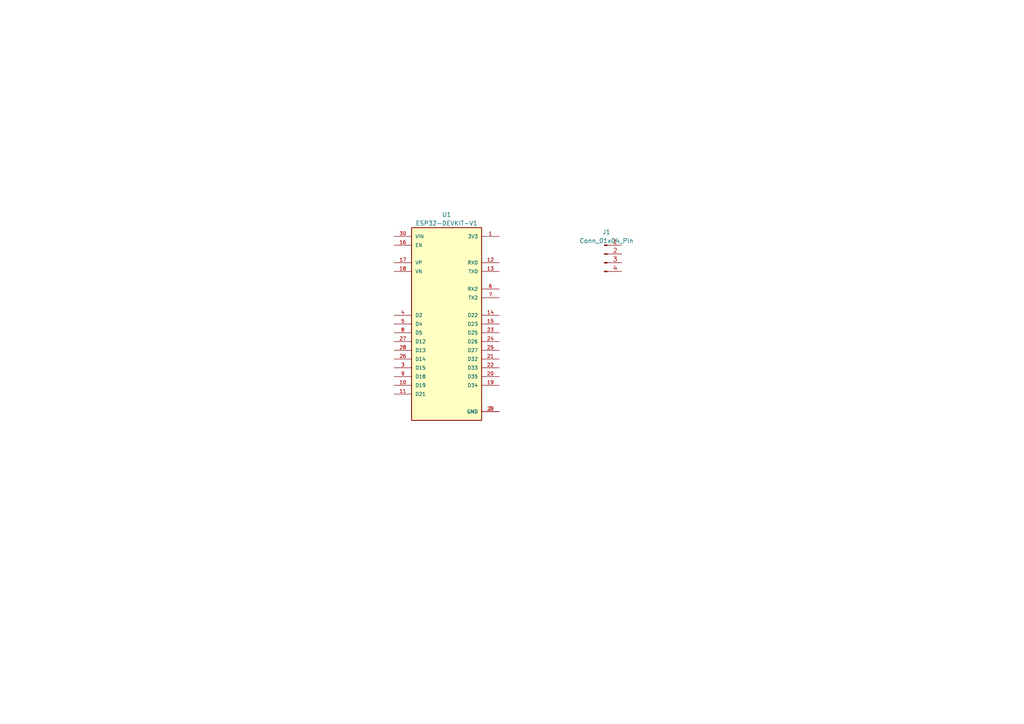
<source format=kicad_sch>
(kicad_sch (version 20230121) (generator eeschema)

  (uuid 249c8898-9261-4d05-8a77-8877929521e9)

  (paper "A4")

  (lib_symbols
    (symbol "Connector:Conn_01x04_Pin" (pin_names (offset 1.016) hide) (in_bom yes) (on_board yes)
      (property "Reference" "J" (at 0 5.08 0)
        (effects (font (size 1.27 1.27)))
      )
      (property "Value" "Conn_01x04_Pin" (at 0 -7.62 0)
        (effects (font (size 1.27 1.27)))
      )
      (property "Footprint" "" (at 0 0 0)
        (effects (font (size 1.27 1.27)) hide)
      )
      (property "Datasheet" "~" (at 0 0 0)
        (effects (font (size 1.27 1.27)) hide)
      )
      (property "ki_locked" "" (at 0 0 0)
        (effects (font (size 1.27 1.27)))
      )
      (property "ki_keywords" "connector" (at 0 0 0)
        (effects (font (size 1.27 1.27)) hide)
      )
      (property "ki_description" "Generic connector, single row, 01x04, script generated" (at 0 0 0)
        (effects (font (size 1.27 1.27)) hide)
      )
      (property "ki_fp_filters" "Connector*:*_1x??_*" (at 0 0 0)
        (effects (font (size 1.27 1.27)) hide)
      )
      (symbol "Conn_01x04_Pin_1_1"
        (polyline
          (pts
            (xy 1.27 -5.08)
            (xy 0.8636 -5.08)
          )
          (stroke (width 0.1524) (type default))
          (fill (type none))
        )
        (polyline
          (pts
            (xy 1.27 -2.54)
            (xy 0.8636 -2.54)
          )
          (stroke (width 0.1524) (type default))
          (fill (type none))
        )
        (polyline
          (pts
            (xy 1.27 0)
            (xy 0.8636 0)
          )
          (stroke (width 0.1524) (type default))
          (fill (type none))
        )
        (polyline
          (pts
            (xy 1.27 2.54)
            (xy 0.8636 2.54)
          )
          (stroke (width 0.1524) (type default))
          (fill (type none))
        )
        (rectangle (start 0.8636 -4.953) (end 0 -5.207)
          (stroke (width 0.1524) (type default))
          (fill (type outline))
        )
        (rectangle (start 0.8636 -2.413) (end 0 -2.667)
          (stroke (width 0.1524) (type default))
          (fill (type outline))
        )
        (rectangle (start 0.8636 0.127) (end 0 -0.127)
          (stroke (width 0.1524) (type default))
          (fill (type outline))
        )
        (rectangle (start 0.8636 2.667) (end 0 2.413)
          (stroke (width 0.1524) (type default))
          (fill (type outline))
        )
        (pin passive line (at 5.08 2.54 180) (length 3.81)
          (name "Pin_1" (effects (font (size 1.27 1.27))))
          (number "1" (effects (font (size 1.27 1.27))))
        )
        (pin passive line (at 5.08 0 180) (length 3.81)
          (name "Pin_2" (effects (font (size 1.27 1.27))))
          (number "2" (effects (font (size 1.27 1.27))))
        )
        (pin passive line (at 5.08 -2.54 180) (length 3.81)
          (name "Pin_3" (effects (font (size 1.27 1.27))))
          (number "3" (effects (font (size 1.27 1.27))))
        )
        (pin passive line (at 5.08 -5.08 180) (length 3.81)
          (name "Pin_4" (effects (font (size 1.27 1.27))))
          (number "4" (effects (font (size 1.27 1.27))))
        )
      )
    )
    (symbol "ESP32-DEVKIT-V1:ESP32-DEVKIT-V1" (pin_names (offset 1.016)) (in_bom yes) (on_board yes)
      (property "Reference" "U" (at -10.16 30.48 0)
        (effects (font (size 1.27 1.27)) (justify left top))
      )
      (property "Value" "ESP32-DEVKIT-V1" (at -10.16 -30.48 0)
        (effects (font (size 1.27 1.27)) (justify left bottom))
      )
      (property "Footprint" "MODULE_ESP32_DEVKIT_V1" (at 0 0 0)
        (effects (font (size 1.27 1.27)) (justify bottom) hide)
      )
      (property "Datasheet" "" (at 0 0 0)
        (effects (font (size 1.27 1.27)) hide)
      )
      (property "MAXIMUM_PACKAGE_HEIGHT" "6.8 mm" (at 0 0 0)
        (effects (font (size 1.27 1.27)) (justify bottom) hide)
      )
      (property "MANUFACTURER" "DOIT" (at 0 0 0)
        (effects (font (size 1.27 1.27)) (justify bottom) hide)
      )
      (property "PARTREV" "N/A" (at 0 0 0)
        (effects (font (size 1.27 1.27)) (justify bottom) hide)
      )
      (property "STANDARD" "Manufacturer Recommendations" (at 0 0 0)
        (effects (font (size 1.27 1.27)) (justify bottom) hide)
      )
      (symbol "ESP32-DEVKIT-V1_0_0"
        (rectangle (start -10.16 -27.94) (end 10.16 27.94)
          (stroke (width 0.254) (type default))
          (fill (type background))
        )
        (pin output line (at 15.24 25.4 180) (length 5.08)
          (name "3V3" (effects (font (size 1.016 1.016))))
          (number "1" (effects (font (size 1.016 1.016))))
        )
        (pin bidirectional line (at -15.24 -17.78 0) (length 5.08)
          (name "D19" (effects (font (size 1.016 1.016))))
          (number "10" (effects (font (size 1.016 1.016))))
        )
        (pin bidirectional line (at -15.24 -20.32 0) (length 5.08)
          (name "D21" (effects (font (size 1.016 1.016))))
          (number "11" (effects (font (size 1.016 1.016))))
        )
        (pin input line (at 15.24 17.78 180) (length 5.08)
          (name "RX0" (effects (font (size 1.016 1.016))))
          (number "12" (effects (font (size 1.016 1.016))))
        )
        (pin output line (at 15.24 15.24 180) (length 5.08)
          (name "TX0" (effects (font (size 1.016 1.016))))
          (number "13" (effects (font (size 1.016 1.016))))
        )
        (pin bidirectional line (at 15.24 2.54 180) (length 5.08)
          (name "D22" (effects (font (size 1.016 1.016))))
          (number "14" (effects (font (size 1.016 1.016))))
        )
        (pin bidirectional line (at 15.24 0 180) (length 5.08)
          (name "D23" (effects (font (size 1.016 1.016))))
          (number "15" (effects (font (size 1.016 1.016))))
        )
        (pin input line (at -15.24 22.86 0) (length 5.08)
          (name "EN" (effects (font (size 1.016 1.016))))
          (number "16" (effects (font (size 1.016 1.016))))
        )
        (pin bidirectional line (at -15.24 17.78 0) (length 5.08)
          (name "VP" (effects (font (size 1.016 1.016))))
          (number "17" (effects (font (size 1.016 1.016))))
        )
        (pin bidirectional line (at -15.24 15.24 0) (length 5.08)
          (name "VN" (effects (font (size 1.016 1.016))))
          (number "18" (effects (font (size 1.016 1.016))))
        )
        (pin bidirectional line (at 15.24 -17.78 180) (length 5.08)
          (name "D34" (effects (font (size 1.016 1.016))))
          (number "19" (effects (font (size 1.016 1.016))))
        )
        (pin power_in line (at 15.24 -25.4 180) (length 5.08)
          (name "GND" (effects (font (size 1.016 1.016))))
          (number "2" (effects (font (size 1.016 1.016))))
        )
        (pin bidirectional line (at 15.24 -15.24 180) (length 5.08)
          (name "D35" (effects (font (size 1.016 1.016))))
          (number "20" (effects (font (size 1.016 1.016))))
        )
        (pin bidirectional line (at 15.24 -10.16 180) (length 5.08)
          (name "D32" (effects (font (size 1.016 1.016))))
          (number "21" (effects (font (size 1.016 1.016))))
        )
        (pin bidirectional line (at 15.24 -12.7 180) (length 5.08)
          (name "D33" (effects (font (size 1.016 1.016))))
          (number "22" (effects (font (size 1.016 1.016))))
        )
        (pin bidirectional line (at 15.24 -2.54 180) (length 5.08)
          (name "D25" (effects (font (size 1.016 1.016))))
          (number "23" (effects (font (size 1.016 1.016))))
        )
        (pin bidirectional line (at 15.24 -5.08 180) (length 5.08)
          (name "D26" (effects (font (size 1.016 1.016))))
          (number "24" (effects (font (size 1.016 1.016))))
        )
        (pin bidirectional line (at 15.24 -7.62 180) (length 5.08)
          (name "D27" (effects (font (size 1.016 1.016))))
          (number "25" (effects (font (size 1.016 1.016))))
        )
        (pin bidirectional line (at -15.24 -10.16 0) (length 5.08)
          (name "D14" (effects (font (size 1.016 1.016))))
          (number "26" (effects (font (size 1.016 1.016))))
        )
        (pin bidirectional line (at -15.24 -5.08 0) (length 5.08)
          (name "D12" (effects (font (size 1.016 1.016))))
          (number "27" (effects (font (size 1.016 1.016))))
        )
        (pin bidirectional line (at -15.24 -7.62 0) (length 5.08)
          (name "D13" (effects (font (size 1.016 1.016))))
          (number "28" (effects (font (size 1.016 1.016))))
        )
        (pin power_in line (at 15.24 -25.4 180) (length 5.08)
          (name "GND" (effects (font (size 1.016 1.016))))
          (number "29" (effects (font (size 1.016 1.016))))
        )
        (pin bidirectional line (at -15.24 -12.7 0) (length 5.08)
          (name "D15" (effects (font (size 1.016 1.016))))
          (number "3" (effects (font (size 1.016 1.016))))
        )
        (pin input line (at -15.24 25.4 0) (length 5.08)
          (name "VIN" (effects (font (size 1.016 1.016))))
          (number "30" (effects (font (size 1.016 1.016))))
        )
        (pin bidirectional line (at -15.24 2.54 0) (length 5.08)
          (name "D2" (effects (font (size 1.016 1.016))))
          (number "4" (effects (font (size 1.016 1.016))))
        )
        (pin bidirectional line (at -15.24 0 0) (length 5.08)
          (name "D4" (effects (font (size 1.016 1.016))))
          (number "5" (effects (font (size 1.016 1.016))))
        )
        (pin input line (at 15.24 10.16 180) (length 5.08)
          (name "RX2" (effects (font (size 1.016 1.016))))
          (number "6" (effects (font (size 1.016 1.016))))
        )
        (pin output line (at 15.24 7.62 180) (length 5.08)
          (name "TX2" (effects (font (size 1.016 1.016))))
          (number "7" (effects (font (size 1.016 1.016))))
        )
        (pin bidirectional line (at -15.24 -2.54 0) (length 5.08)
          (name "D5" (effects (font (size 1.016 1.016))))
          (number "8" (effects (font (size 1.016 1.016))))
        )
        (pin bidirectional line (at -15.24 -15.24 0) (length 5.08)
          (name "D18" (effects (font (size 1.016 1.016))))
          (number "9" (effects (font (size 1.016 1.016))))
        )
      )
    )
  )


  (symbol (lib_id "Connector:Conn_01x04_Pin") (at 175.26 73.66 0) (unit 1)
    (in_bom yes) (on_board yes) (dnp no) (fields_autoplaced)
    (uuid 0de0d9f8-4aaa-4e30-9cd1-62c28e4f9bee)
    (property "Reference" "J1" (at 175.895 67.31 0)
      (effects (font (size 1.27 1.27)))
    )
    (property "Value" "Conn_01x04_Pin" (at 175.895 69.85 0)
      (effects (font (size 1.27 1.27)))
    )
    (property "Footprint" "" (at 175.26 73.66 0)
      (effects (font (size 1.27 1.27)) hide)
    )
    (property "Datasheet" "~" (at 175.26 73.66 0)
      (effects (font (size 1.27 1.27)) hide)
    )
    (pin "1" (uuid a7d75a2b-ea65-49f1-b6b4-1b84a5e13967))
    (pin "2" (uuid 93aadcf8-fe94-4e63-a602-59ec9cdc671a))
    (pin "3" (uuid 2869a4be-46da-4253-983e-933aab830b64))
    (pin "4" (uuid 5bf3a773-9966-41d6-93bd-dbf9a7c83ba7))
    (instances
      (project "ShadowOfLoveESP32Controller"
        (path "/249c8898-9261-4d05-8a77-8877929521e9"
          (reference "J1") (unit 1)
        )
      )
    )
  )

  (symbol (lib_id "ESP32-DEVKIT-V1:ESP32-DEVKIT-V1") (at 129.54 93.98 0) (unit 1)
    (in_bom yes) (on_board yes) (dnp no) (fields_autoplaced)
    (uuid 4cd27e31-5a99-44bf-9edd-2207fa1ec3d8)
    (property "Reference" "U1" (at 129.54 62.23 0)
      (effects (font (size 1.27 1.27)))
    )
    (property "Value" "ESP32-DEVKIT-V1" (at 129.54 64.77 0)
      (effects (font (size 1.27 1.27)))
    )
    (property "Footprint" "MODULE_ESP32_DEVKIT_V1" (at 129.54 93.98 0)
      (effects (font (size 1.27 1.27)) (justify bottom) hide)
    )
    (property "Datasheet" "" (at 129.54 93.98 0)
      (effects (font (size 1.27 1.27)) hide)
    )
    (property "MAXIMUM_PACKAGE_HEIGHT" "6.8 mm" (at 129.54 93.98 0)
      (effects (font (size 1.27 1.27)) (justify bottom) hide)
    )
    (property "MANUFACTURER" "DOIT" (at 129.54 93.98 0)
      (effects (font (size 1.27 1.27)) (justify bottom) hide)
    )
    (property "PARTREV" "N/A" (at 129.54 93.98 0)
      (effects (font (size 1.27 1.27)) (justify bottom) hide)
    )
    (property "STANDARD" "Manufacturer Recommendations" (at 129.54 93.98 0)
      (effects (font (size 1.27 1.27)) (justify bottom) hide)
    )
    (pin "1" (uuid 234a733a-9ca9-49ea-a8b2-f4fc90da08db))
    (pin "10" (uuid 666e0ac6-9ea1-4ccf-bd33-7a793238c2b9))
    (pin "11" (uuid 705c86fa-da53-40ff-94db-fe02b6014956))
    (pin "12" (uuid ab8e952e-9a3c-495c-b39d-e9a12e4abe80))
    (pin "13" (uuid 49ae9642-cee8-4a0a-86cc-98a12668e094))
    (pin "14" (uuid 6dc15497-3957-4ec4-a39f-6b215c8cf390))
    (pin "15" (uuid adc0e05b-7790-4ec1-8d54-b1416258b48f))
    (pin "16" (uuid c95459f4-7952-4f61-a7ce-90280bc23014))
    (pin "17" (uuid 95ac174e-2c49-4627-98dc-0305f1575629))
    (pin "18" (uuid a42dd323-e801-4719-92cb-c74a7cd6cd95))
    (pin "19" (uuid 60d7d6d2-cfad-47b2-b9c9-a3462c4d69b2))
    (pin "2" (uuid 86630e7c-a260-492c-8949-a3c9201b3475))
    (pin "20" (uuid 1cf6ee5d-1bc1-4278-adad-2450b7dc31f6))
    (pin "21" (uuid 450d9269-31d0-4c5c-afdb-7d3b6d6940b9))
    (pin "22" (uuid 84bdf636-3053-407b-8b49-d6e8ac6f81fa))
    (pin "23" (uuid 116c16d6-ccfd-4c6d-aa01-47aa28ef9fbe))
    (pin "24" (uuid 3a1c2906-a95f-42a1-9900-01fae8ede71b))
    (pin "25" (uuid 1a5f172f-6e4f-4117-8695-7345336584a8))
    (pin "26" (uuid 43d6a952-307b-4b92-802a-1318f82cc6ed))
    (pin "27" (uuid 91e803d9-de5b-4ebb-8b16-fb890a429bcf))
    (pin "28" (uuid 510cb382-b36c-46cd-a790-d1234db6592a))
    (pin "29" (uuid e75bff62-013e-4fc0-8162-33e9a5d5aa5e))
    (pin "3" (uuid 547481dd-a774-4b81-b791-5fb09e5d9d0a))
    (pin "30" (uuid 9d9f1477-22c2-44a5-9948-155bda66269b))
    (pin "4" (uuid 4a95f240-0aab-4358-9c22-cd8ddf14c3df))
    (pin "5" (uuid 2ce7db01-96d5-4ce8-8262-b73ad629d20a))
    (pin "6" (uuid 56c0006d-3fcf-4dec-916f-f6aedc09fdaf))
    (pin "7" (uuid aeee42bb-1c1e-4279-8062-d72fc7e316b3))
    (pin "8" (uuid 776436b3-7136-4d52-a42f-6a1428c52e7e))
    (pin "9" (uuid 16945dd8-bb14-4edb-97e2-48196643b6f1))
    (instances
      (project "ShadowOfLoveESP32Controller"
        (path "/249c8898-9261-4d05-8a77-8877929521e9"
          (reference "U1") (unit 1)
        )
      )
    )
  )

  (sheet_instances
    (path "/" (page "1"))
  )
)

</source>
